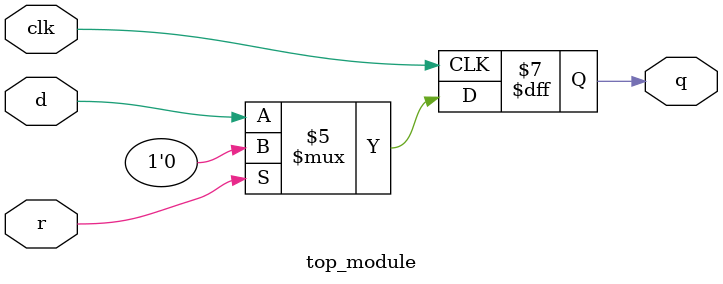
<source format=v>
module top_module (
    input clk,
    input d, 
    input r,   // synchronous reset
    output q);
    
    always @ (posedge clk) begin
        if (clk == 1'b1) begin
            if (r == 1'b1) begin
            	q <= 1'b0;
            end
            else begin
                q <= d;
            end
        end
    end

endmodule


</source>
